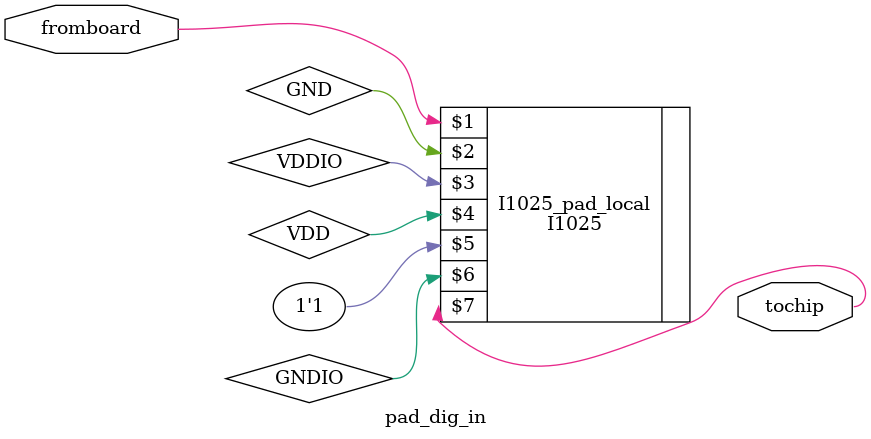
<source format=v>


module pad_dig_in(
	       input fromboard,
	       output tochip
	       );

   I1025 I1025_pad_local(fromboard,GND,VDDIO,VDD,1'b1,GNDIO,tochip);
   
endmodule // pad_dig_in


</source>
